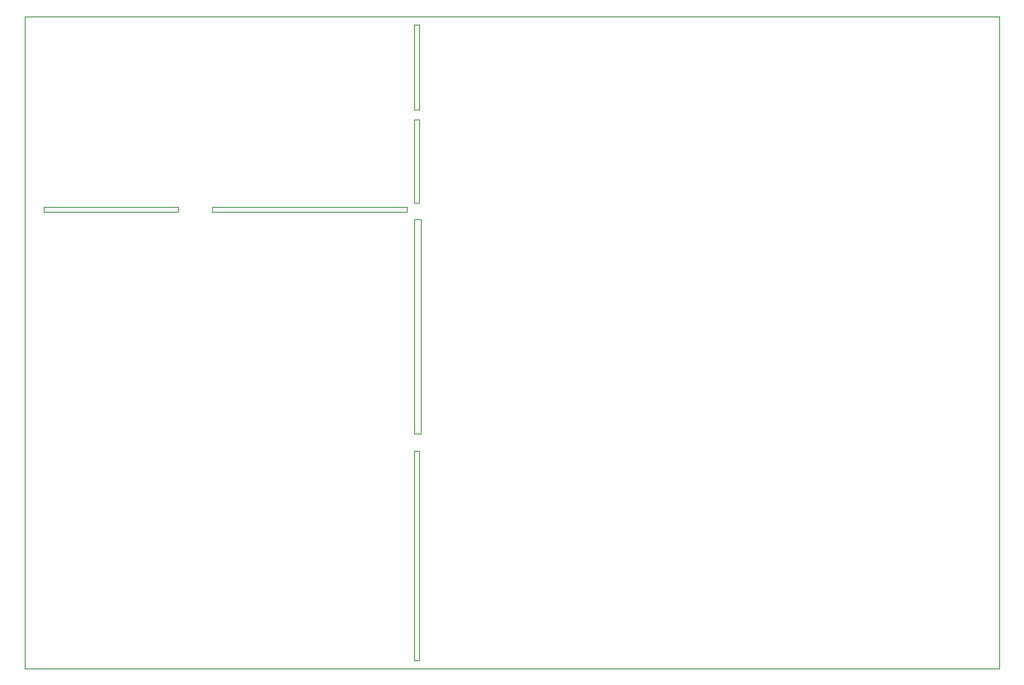
<source format=gm1>
G04 #@! TF.GenerationSoftware,KiCad,Pcbnew,9.0.1*
G04 #@! TF.CreationDate,2025-11-10T14:07:32+08:00*
G04 #@! TF.ProjectId,IMD_TSMS_latch_logic,494d445f-5453-44d5-935f-6c617463685f,rev?*
G04 #@! TF.SameCoordinates,Original*
G04 #@! TF.FileFunction,Profile,NP*
%FSLAX46Y46*%
G04 Gerber Fmt 4.6, Leading zero omitted, Abs format (unit mm)*
G04 Created by KiCad (PCBNEW 9.0.1) date 2025-11-10 14:07:32*
%MOMM*%
%LPD*%
G01*
G04 APERTURE LIST*
G04 #@! TA.AperFunction,Profile*
%ADD10C,0.050000*%
G04 #@! TD*
G04 APERTURE END LIST*
D10*
X99250000Y-89750000D02*
X119250000Y-89750000D01*
X119250000Y-90250000D01*
X99250000Y-90250000D01*
X99250000Y-89750000D01*
X82000000Y-89750000D02*
X95750000Y-89750000D01*
X95750000Y-90250000D01*
X82000000Y-90250000D01*
X82000000Y-89750000D01*
X120000000Y-114750000D02*
X120500000Y-114750000D01*
X120500000Y-136250000D01*
X120000000Y-136250000D01*
X120000000Y-114750000D01*
X80000000Y-70120000D02*
X180000000Y-70120000D01*
X180000000Y-137120000D01*
X80000000Y-137120000D01*
X80000000Y-70120000D01*
X120000000Y-91000000D02*
X120650400Y-91000000D01*
X120650400Y-113000000D01*
X120000000Y-113000000D01*
X120000000Y-91000000D01*
X120000000Y-80750000D02*
X120500000Y-80750000D01*
X120500000Y-89250000D01*
X120000000Y-89250000D01*
X120000000Y-80750000D01*
X120000000Y-71000000D02*
X120500000Y-71000000D01*
X120500000Y-79750000D01*
X120000000Y-79750000D01*
X120000000Y-71000000D01*
M02*

</source>
